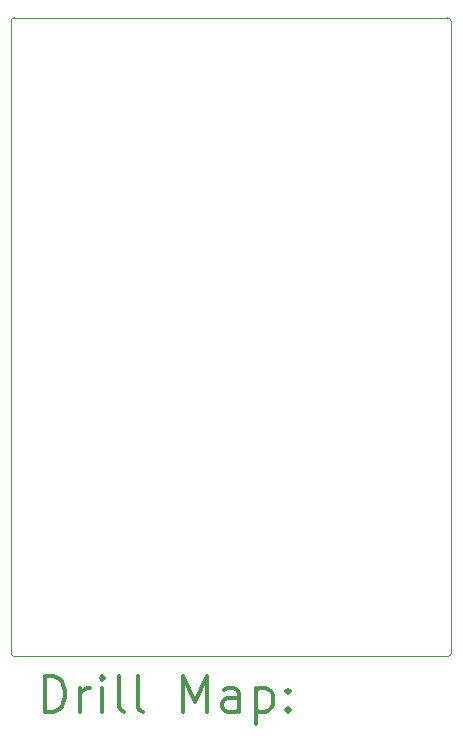
<source format=gbr>
%FSLAX45Y45*%
G04 Gerber Fmt 4.5, Leading zero omitted, Abs format (unit mm)*
G04 Created by KiCad (PCBNEW (5.1.10-1-10_14)) date 2021-10-09 14:12:27*
%MOMM*%
%LPD*%
G01*
G04 APERTURE LIST*
%TA.AperFunction,Profile*%
%ADD10C,0.050000*%
%TD*%
%ADD11C,0.200000*%
%ADD12C,0.300000*%
G04 APERTURE END LIST*
D10*
X12509500Y-14970500D02*
G75*
G02*
X12484100Y-14995900I-25400J0D01*
G01*
X8808500Y-14995500D02*
G75*
G02*
X8783100Y-14970100I0J25400D01*
G01*
X8783500Y-9613900D02*
G75*
G02*
X8808900Y-9588500I25400J0D01*
G01*
X12471400Y-9588500D02*
G75*
G02*
X12509500Y-9626600I0J-38100D01*
G01*
X12484100Y-14995900D02*
X8808500Y-14995500D01*
X12471400Y-9588500D02*
X8808900Y-9588500D01*
X12509500Y-14970500D02*
X12509500Y-9626600D01*
X8783100Y-14970100D02*
X8783500Y-9613900D01*
D11*
D12*
X9067028Y-15464114D02*
X9067028Y-15164114D01*
X9138457Y-15164114D01*
X9181314Y-15178400D01*
X9209886Y-15206971D01*
X9224171Y-15235543D01*
X9238457Y-15292686D01*
X9238457Y-15335543D01*
X9224171Y-15392686D01*
X9209886Y-15421257D01*
X9181314Y-15449829D01*
X9138457Y-15464114D01*
X9067028Y-15464114D01*
X9367028Y-15464114D02*
X9367028Y-15264114D01*
X9367028Y-15321257D02*
X9381314Y-15292686D01*
X9395600Y-15278400D01*
X9424171Y-15264114D01*
X9452743Y-15264114D01*
X9552743Y-15464114D02*
X9552743Y-15264114D01*
X9552743Y-15164114D02*
X9538457Y-15178400D01*
X9552743Y-15192686D01*
X9567028Y-15178400D01*
X9552743Y-15164114D01*
X9552743Y-15192686D01*
X9738457Y-15464114D02*
X9709886Y-15449829D01*
X9695600Y-15421257D01*
X9695600Y-15164114D01*
X9895600Y-15464114D02*
X9867028Y-15449829D01*
X9852743Y-15421257D01*
X9852743Y-15164114D01*
X10238457Y-15464114D02*
X10238457Y-15164114D01*
X10338457Y-15378400D01*
X10438457Y-15164114D01*
X10438457Y-15464114D01*
X10709886Y-15464114D02*
X10709886Y-15306971D01*
X10695600Y-15278400D01*
X10667028Y-15264114D01*
X10609886Y-15264114D01*
X10581314Y-15278400D01*
X10709886Y-15449829D02*
X10681314Y-15464114D01*
X10609886Y-15464114D01*
X10581314Y-15449829D01*
X10567028Y-15421257D01*
X10567028Y-15392686D01*
X10581314Y-15364114D01*
X10609886Y-15349829D01*
X10681314Y-15349829D01*
X10709886Y-15335543D01*
X10852743Y-15264114D02*
X10852743Y-15564114D01*
X10852743Y-15278400D02*
X10881314Y-15264114D01*
X10938457Y-15264114D01*
X10967028Y-15278400D01*
X10981314Y-15292686D01*
X10995600Y-15321257D01*
X10995600Y-15406971D01*
X10981314Y-15435543D01*
X10967028Y-15449829D01*
X10938457Y-15464114D01*
X10881314Y-15464114D01*
X10852743Y-15449829D01*
X11124171Y-15435543D02*
X11138457Y-15449829D01*
X11124171Y-15464114D01*
X11109886Y-15449829D01*
X11124171Y-15435543D01*
X11124171Y-15464114D01*
X11124171Y-15278400D02*
X11138457Y-15292686D01*
X11124171Y-15306971D01*
X11109886Y-15292686D01*
X11124171Y-15278400D01*
X11124171Y-15306971D01*
M02*

</source>
